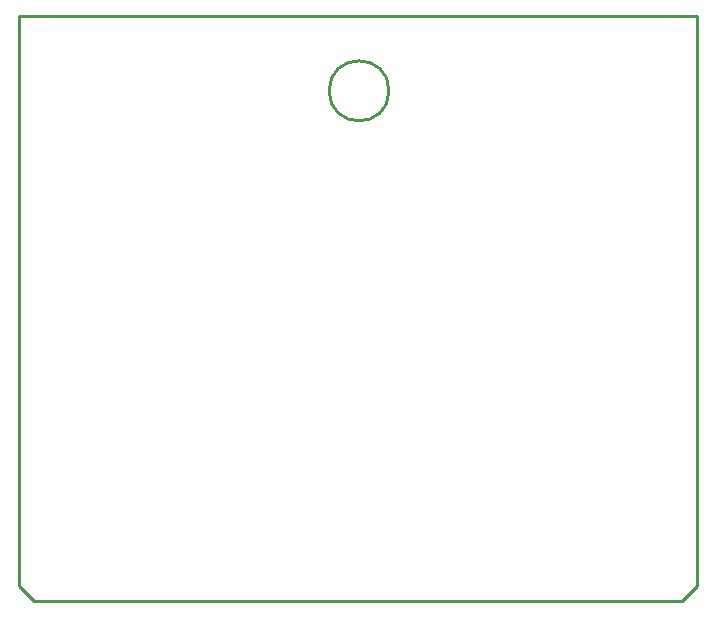
<source format=gm1>
G04 #@! TF.FileFunction,Profile,NP*
%FSLAX46Y46*%
G04 Gerber Fmt 4.6, Leading zero omitted, Abs format (unit mm)*
G04 Created by KiCad (PCBNEW 4.0.7-e2-6376~58~ubuntu16.04.1) date Wed Mar 28 10:52:48 2018*
%MOMM*%
%LPD*%
G01*
G04 APERTURE LIST*
%ADD10C,0.203200*%
%ADD11C,0.254000*%
G04 APERTURE END LIST*
D10*
D11*
X172085000Y-144983200D02*
X170815000Y-146253200D01*
X114681000Y-144983200D02*
X115951000Y-146253200D01*
X146050000Y-103073200D02*
G75*
G03X146050000Y-103073200I-2540000J0D01*
G01*
X114681000Y-96774000D02*
X172085000Y-96774000D01*
X172085000Y-144983200D02*
X172085000Y-96774000D01*
X115951000Y-146253200D02*
X170815000Y-146253200D01*
X114681000Y-96774000D02*
X114681000Y-144983200D01*
M02*

</source>
